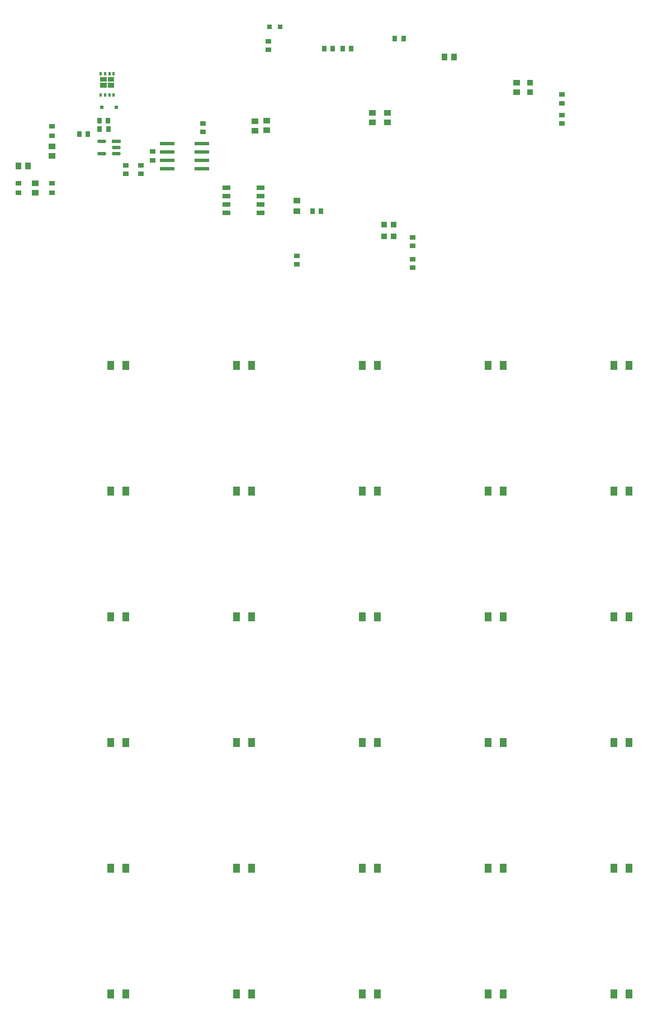
<source format=gbp>
G04*
G04 #@! TF.GenerationSoftware,Altium Limited,Altium Designer,22.7.1 (60)*
G04*
G04 Layer_Color=128*
%FSLAX25Y25*%
%MOIN*%
G70*
G04*
G04 #@! TF.SameCoordinates,C603BF2E-B12D-4F6D-87B7-6185641273B1*
G04*
G04*
G04 #@! TF.FilePolarity,Positive*
G04*
G01*
G75*
%ADD63R,0.03772X0.03591*%
%ADD64R,0.04134X0.03740*%
%ADD65R,0.03591X0.03772*%
%ADD66R,0.03197X0.02985*%
%ADD67R,0.03394X0.02978*%
%ADD68R,0.03740X0.03150*%
%ADD69R,0.08661X0.02362*%
%ADD70R,0.03347X0.02756*%
%ADD71R,0.02756X0.03347*%
%ADD72R,0.03150X0.03740*%
%ADD73R,0.02362X0.02362*%
G04:AMPARAMS|DCode=74|XSize=52.69mil|YSize=22.75mil|CornerRadius=11.38mil|HoleSize=0mil|Usage=FLASHONLY|Rotation=180.000|XOffset=0mil|YOffset=0mil|HoleType=Round|Shape=RoundedRectangle|*
%AMROUNDEDRECTD74*
21,1,0.05269,0.00000,0,0,180.0*
21,1,0.02993,0.02275,0,0,180.0*
1,1,0.02275,-0.01497,0.00000*
1,1,0.02275,0.01497,0.00000*
1,1,0.02275,0.01497,0.00000*
1,1,0.02275,-0.01497,0.00000*
%
%ADD74ROUNDEDRECTD74*%
%ADD75R,0.05269X0.02275*%
%ADD76R,0.03740X0.04134*%
%ADD77R,0.02985X0.03197*%
%ADD78R,0.04500X0.03000*%
%ADD79R,0.02978X0.03394*%
%ADD80R,0.03543X0.02559*%
%ADD82R,0.01575X0.02362*%
%ADD83R,0.03150X0.03150*%
%ADD84R,0.04331X0.05512*%
%ADD85R,0.03937X0.03740*%
G36*
X77606Y593575D02*
Y590819D01*
X73866Y590819D01*
Y593575D01*
X77606D01*
D02*
G37*
G36*
Y597119D02*
Y594363D01*
X73866D01*
Y597119D01*
X77606D01*
D02*
G37*
G36*
X82134Y593575D02*
X82134Y590819D01*
X78394D01*
Y593575D01*
X82134D01*
D02*
G37*
G36*
Y597119D02*
Y594363D01*
X78394D01*
Y597119D01*
X82134D01*
D02*
G37*
D63*
X248862Y502000D02*
D03*
X243138D02*
D03*
X248862Y509000D02*
D03*
X243138D02*
D03*
D64*
X322000Y593854D02*
D03*
Y588146D02*
D03*
X35016Y533854D02*
D03*
Y528146D02*
D03*
X45016Y550146D02*
D03*
Y555854D02*
D03*
X245000Y575854D02*
D03*
Y570146D02*
D03*
X236000Y575854D02*
D03*
Y570146D02*
D03*
X173000Y565291D02*
D03*
Y571000D02*
D03*
X166000Y565146D02*
D03*
Y570854D02*
D03*
D65*
X330000Y593862D02*
D03*
Y588138D02*
D03*
D66*
X349000Y574469D02*
D03*
Y569531D02*
D03*
X89000Y544468D02*
D03*
Y539532D02*
D03*
X135000Y569468D02*
D03*
Y564532D02*
D03*
X98000Y539532D02*
D03*
Y544468D02*
D03*
X260000Y496531D02*
D03*
Y501469D02*
D03*
Y483532D02*
D03*
Y488469D02*
D03*
D67*
X349000Y586562D02*
D03*
Y581438D02*
D03*
D68*
X105000Y547342D02*
D03*
Y552658D02*
D03*
D69*
X113764Y542500D02*
D03*
Y547500D02*
D03*
Y552500D02*
D03*
Y557500D02*
D03*
X134236Y542500D02*
D03*
Y547500D02*
D03*
Y552500D02*
D03*
Y557500D02*
D03*
D70*
X174000Y618461D02*
D03*
Y613539D02*
D03*
X191000Y490461D02*
D03*
Y485539D02*
D03*
D71*
X73539Y571000D02*
D03*
X78461D02*
D03*
X207539Y614000D02*
D03*
X212461D02*
D03*
X218539D02*
D03*
X223461D02*
D03*
D72*
X73343Y566000D02*
D03*
X78658D02*
D03*
D73*
X74669Y579000D02*
D03*
X83331D02*
D03*
D74*
X74605Y558740D02*
D03*
Y551260D02*
D03*
X83394D02*
D03*
Y555000D02*
D03*
D75*
Y558740D02*
D03*
D76*
X284854Y609000D02*
D03*
X279146D02*
D03*
X30870Y544000D02*
D03*
X25161D02*
D03*
D77*
X66469Y563000D02*
D03*
X61532D02*
D03*
X205469Y517000D02*
D03*
X200532D02*
D03*
D78*
X169250Y531000D02*
D03*
X149000Y521000D02*
D03*
Y526000D02*
D03*
Y531000D02*
D03*
Y516000D02*
D03*
X169250D02*
D03*
Y521000D02*
D03*
Y526000D02*
D03*
D79*
X254562Y620000D02*
D03*
X249438D02*
D03*
D80*
X45016Y528146D02*
D03*
Y533854D02*
D03*
X25016Y528146D02*
D03*
Y533854D02*
D03*
X45016Y562146D02*
D03*
Y567854D02*
D03*
D82*
X74161Y599048D02*
D03*
X76720D02*
D03*
X79280D02*
D03*
X81839D02*
D03*
X74161Y586252D02*
D03*
X76720D02*
D03*
X79280D02*
D03*
X81839D02*
D03*
D83*
X181000Y627000D02*
D03*
X174701D02*
D03*
D84*
X380000Y50000D02*
D03*
X389055D02*
D03*
X305000D02*
D03*
X314055D02*
D03*
X230000D02*
D03*
X239055D02*
D03*
X155000D02*
D03*
X164055D02*
D03*
X80000D02*
D03*
X89055D02*
D03*
X380000Y125000D02*
D03*
X389055D02*
D03*
X305000D02*
D03*
X314055D02*
D03*
X230000D02*
D03*
X239055D02*
D03*
X155000D02*
D03*
X164055D02*
D03*
X80000D02*
D03*
X89055D02*
D03*
X380000Y200000D02*
D03*
X389055D02*
D03*
X305000D02*
D03*
X314055D02*
D03*
X230000D02*
D03*
X239055D02*
D03*
X155000D02*
D03*
X164055D02*
D03*
X80000D02*
D03*
X89055D02*
D03*
X380000Y275000D02*
D03*
X389055D02*
D03*
X305000D02*
D03*
X314055D02*
D03*
X230000D02*
D03*
X239055D02*
D03*
X155000D02*
D03*
X164055D02*
D03*
X80000D02*
D03*
X89055D02*
D03*
X380000Y350000D02*
D03*
X389055D02*
D03*
X305000D02*
D03*
X314055D02*
D03*
X230000D02*
D03*
X239055D02*
D03*
X155000D02*
D03*
X164055D02*
D03*
X80000D02*
D03*
X89055D02*
D03*
X380000Y425000D02*
D03*
X389055D02*
D03*
X305000D02*
D03*
X314055D02*
D03*
X230000D02*
D03*
X239055D02*
D03*
X155000D02*
D03*
X164055D02*
D03*
X80000D02*
D03*
X89055D02*
D03*
D85*
X191000Y517000D02*
D03*
Y523299D02*
D03*
M02*

</source>
